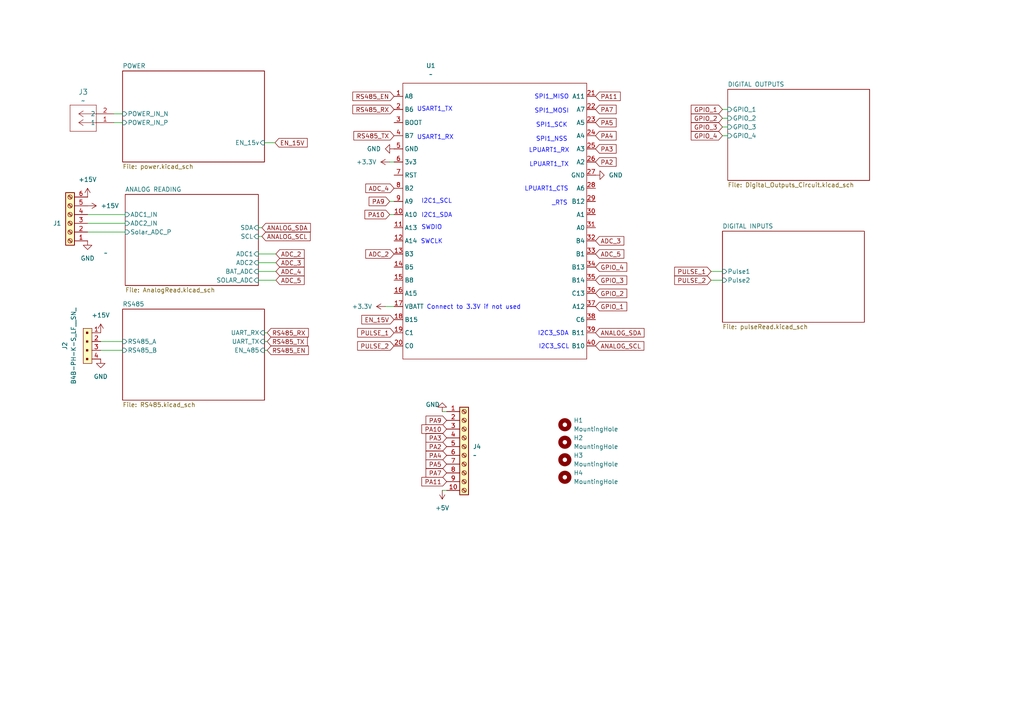
<source format=kicad_sch>
(kicad_sch (version 20250114) (generator "eeschema") (generator_version "9.0")
  (paper "A4")
  (lib_symbols
    (symbol "Connector:Screw_Terminal_01x06" (pin_names (offset 1.016) (hide yes))
      (property "Reference" "J" (at 0 7.62 0))
      (property "Value" "Screw_Terminal_01x06" (at 0 -10.16 0))
      (symbol "Screw_Terminal_01x06_1_1"
        (rectangle (start -1.27 6.35) (end 1.27 -8.89) (stroke (width 0.254)) (fill (type background)))
        (polyline (pts (xy -0.5334 5.4102) (xy 0.3302 4.572)) (stroke (width 0.1524)))
        (polyline (pts (xy -0.5334 2.8702) (xy 0.3302 2.032)) (stroke (width 0.1524)))
        (polyline (pts (xy -0.5334 0.3302) (xy 0.3302 -0.508)) (stroke (width 0.1524)))
        (polyline (pts (xy -0.5334 -2.2098) (xy 0.3302 -3.048)) (stroke (width 0.1524)))
        (polyline (pts (xy -0.5334 -4.7498) (xy 0.3302 -5.588)) (stroke (width 0.1524)))
        (polyline (pts (xy -0.5334 -7.2898) (xy 0.3302 -8.128)) (stroke (width 0.1524)))
        (polyline (pts (xy -0.3556 5.588) (xy 0.508 4.7498)) (stroke (width 0.1524)))
        (polyline (pts (xy -0.3556 3.048) (xy 0.508 2.2098)) (stroke (width 0.1524)))
        (polyline (pts (xy -0.3556 0.508) (xy 0.508 -0.3302)) (stroke (width 0.1524)))
        (polyline (pts (xy -0.3556 -2.032) (xy 0.508 -2.8702)) (stroke (width 0.1524)))
        (polyline (pts (xy -0.3556 -4.572) (xy 0.508 -5.4102)) (stroke (width 0.1524)))
        (polyline (pts (xy -0.3556 -7.112) (xy 0.508 -7.9502)) (stroke (width 0.1524)))
        (circle (center 0 5.08) (radius 0.635) (stroke (width 0.1524)))
        (circle (center 0 2.54) (radius 0.635) (stroke (width 0.1524)))
        (circle (center 0 0) (radius 0.635) (stroke (width 0.1524)))
        (circle (center 0 -2.54) (radius 0.635) (stroke (width 0.1524)))
        (circle (center 0 -5.08) (radius 0.635) (stroke (width 0.1524)))
        (circle (center 0 -7.62) (radius 0.635) (stroke (width 0.1524)))
        (pin passive line (at -5.08 5.08 0) (length 3.81) (name "Pin_1") (number "1"))
        (pin passive line (at -5.08 2.54 0) (length 3.81) (name "Pin_2") (number "2"))
        (pin passive line (at -5.08 0 0) (length 3.81) (name "Pin_3") (number "3"))
        (pin passive line (at -5.08 -2.54 0) (length 3.81) (name "Pin_4") (number "4"))
        (pin passive line (at -5.08 -5.08 0) (length 3.81) (name "Pin_5") (number "5"))
        (pin passive line (at -5.08 -7.62 0) (length 3.81) (name "Pin_6") (number "6"))
      )
    )
    (symbol "Connector:Screw_Terminal_01x10" (pin_names (offset 1.016) (hide yes))
      (property "Reference" "J" (at 0 12.7 0))
      (property "Value" "Screw_Terminal_01x10" (at 0 -15.24 0))
      (symbol "Screw_Terminal_01x10_1_1"
        (rectangle (start -1.27 11.43) (end 1.27 -13.97) (stroke (width 0.254)) (fill (type background)))
        (polyline (pts (xy -0.5334 10.4902) (xy 0.3302 9.652)) (stroke (width 0.1524)))
        (polyline (pts (xy -0.5334 7.9502) (xy 0.3302 7.112)) (stroke (width 0.1524)))
        (polyline (pts (xy -0.5334 5.4102) (xy 0.3302 4.572)) (stroke (width 0.1524)))
        (polyline (pts (xy -0.5334 2.8702) (xy 0.3302 2.032)) (stroke (width 0.1524)))
        (polyline (pts (xy -0.5334 0.3302) (xy 0.3302 -0.508)) (stroke (width 0.1524)))
        (polyline (pts (xy -0.5334 -2.2098) (xy 0.3302 -3.048)) (stroke (width 0.1524)))
        (polyline (pts (xy -0.5334 -4.7498) (xy 0.3302 -5.588)) (stroke (width 0.1524)))
        (polyline (pts (xy -0.5334 -7.2898) (xy 0.3302 -8.128)) (stroke (width 0.1524)))
        (polyline (pts (xy -0.5334 -9.8298) (xy 0.3302 -10.668)) (stroke (width 0.1524)))
        (polyline (pts (xy -0.5334 -12.3698) (xy 0.3302 -13.208)) (stroke (width 0.1524)))
        (polyline (pts (xy -0.3556 10.668) (xy 0.508 9.8298)) (stroke (width 0.1524)))
        (polyline (pts (xy -0.3556 8.128) (xy 0.508 7.2898)) (stroke (width 0.1524)))
        (polyline (pts (xy -0.3556 5.588) (xy 0.508 4.7498)) (stroke (width 0.1524)))
        (polyline (pts (xy -0.3556 3.048) (xy 0.508 2.2098)) (stroke (width 0.1524)))
        (polyline (pts (xy -0.3556 0.508) (xy 0.508 -0.3302)) (stroke (width 0.1524)))
        (polyline (pts (xy -0.3556 -2.032) (xy 0.508 -2.8702)) (stroke (width 0.1524)))
        (polyline (pts (xy -0.3556 -4.572) (xy 0.508 -5.4102)) (stroke (width 0.1524)))
        (polyline (pts (xy -0.3556 -7.112) (xy 0.508 -7.9502)) (stroke (width 0.1524)))
        (polyline (pts (xy -0.3556 -9.652) (xy 0.508 -10.4902)) (stroke (width 0.1524)))
        (polyline (pts (xy -0.3556 -12.192) (xy 0.508 -13.0302)) (stroke (width 0.1524)))
        (circle (center 0 10.16) (radius 0.635) (stroke (width 0.1524)))
        (circle (center 0 7.62) (radius 0.635) (stroke (width 0.1524)))
        (circle (center 0 5.08) (radius 0.635) (stroke (width 0.1524)))
        (circle (center 0 2.54) (radius 0.635) (stroke (width 0.1524)))
        (circle (center 0 0) (radius 0.635) (stroke (width 0.1524)))
        (circle (center 0 -2.54) (radius 0.635) (stroke (width 0.1524)))
        (circle (center 0 -5.08) (radius 0.635) (stroke (width 0.1524)))
        (circle (center 0 -7.62) (radius 0.635) (stroke (width 0.1524)))
        (circle (center 0 -10.16) (radius 0.635) (stroke (width 0.1524)))
        (circle (center 0 -12.7) (radius 0.635) (stroke (width 0.1524)))
        (pin passive line (at -5.08 10.16 0) (length 3.81) (name "Pin_1") (number "1"))
        (pin passive line (at -5.08 7.62 0) (length 3.81) (name "Pin_2") (number "2"))
        (pin passive line (at -5.08 5.08 0) (length 3.81) (name "Pin_3") (number "3"))
        (pin passive line (at -5.08 2.54 0) (length 3.81) (name "Pin_4") (number "4"))
        (pin passive line (at -5.08 0 0) (length 3.81) (name "Pin_5") (number "5"))
        (pin passive line (at -5.08 -2.54 0) (length 3.81) (name "Pin_6") (number "6"))
        (pin passive line (at -5.08 -5.08 0) (length 3.81) (name "Pin_7") (number "7"))
        (pin passive line (at -5.08 -7.62 0) (length 3.81) (name "Pin_8") (number "8"))
        (pin passive line (at -5.08 -10.16 0) (length 3.81) (name "Pin_9") (number "9"))
        (pin passive line (at -5.08 -12.7 0) (length 3.81) (name "Pin_10") (number "10"))
      )
    )
    (symbol "GND_1" (power) (pin_numbers (hide yes)) (pin_names (offset 0) (hide yes))
      (property "Value" "GND" (at 0 -3.81 0))
      (symbol "GND_1_0_1"
        (polyline (pts (xy 0 0) (xy 0 -1.27) (xy 1.27 -1.27) (xy 0 -2.54) (xy -1.27 -1.27) (xy 0 -1.27)))
      )
      (symbol "GND_1_1_1"
        (pin power_in line (at 0 0 270) (length 0) (name "~") (number "1"))
      )
    )
    (symbol "Mechanical:MountingHole" (pin_names (offset 1.016)) (exclude_from_sim yes) (in_bom no)
      (property "Reference" "H" (at 0 5.08 0))
      (property "Value" "MountingHole" (at 0 3.175 0))
      (symbol "MountingHole_0_1"
        (circle (center 0 0) (radius 1.27) (stroke (width 1.27)))
      )
    )
    (symbol "dk_Rectangular-Connectors-Headers-Male-Pins:B4B-PH-K-S_LF__SN_" (pin_names (offset 1.016))
      (property "Reference" "J" (at -2.54 -1.27 0))
      (property "Value" "B4B-PH-K-S_LF__SN_" (at 3.81 -3.81 0))
      (symbol "B4B-PH-K-S_LF__SN__1_1"
        (rectangle (start -1.27 0) (end 8.89 -2.54) (fill (type background)))
        (rectangle (start -0.254 -1.143) (end 0.254 -1.651) (fill (type outline)))
        (rectangle (start 2.286 -1.143) (end 2.794 -1.651) (fill (type outline)))
        (rectangle (start 4.826 -1.143) (end 5.334 -1.651) (fill (type outline)))
        (rectangle (start 7.366 -1.143) (end 7.874 -1.651) (fill (type outline)))
        (pin passive line (at 0 2.54 270) (length 2.54) (name "~") (number "1"))
        (pin passive line (at 2.54 2.54 270) (length 2.54) (name "~") (number "2"))
        (pin passive line (at 5.08 2.54 270) (length 2.54) (name "~") (number "3"))
        (pin passive line (at 7.62 2.54 270) (length 2.54) (name "~") (number "4"))
      )
    )
    (symbol "mergened_symbols:conn_02x01_3.81" (pin_names (offset 0.254))
      (property "Reference" "J" (at 8.89 6.35 0))
      (symbol "conn_02x01_3.81_1_1"
        (polyline (pts (xy 5.08 2.54) (xy 5.08 -5.08)) (stroke (width 0.127)))
        (polyline (pts (xy 5.08 -5.08) (xy 12.7 -5.08)) (stroke (width 0.127)))
        (polyline (pts (xy 10.16 0) (xy 5.08 0)) (stroke (width 0.127)))
        (polyline (pts (xy 10.16 0) (xy 8.89 0.8467)) (stroke (width 0.127)))
        (polyline (pts (xy 10.16 0) (xy 8.89 -0.8467)) (stroke (width 0.127)))
        (polyline (pts (xy 10.16 -2.54) (xy 5.08 -2.54)) (stroke (width 0.127)))
        (polyline (pts (xy 10.16 -2.54) (xy 8.89 -1.6933)) (stroke (width 0.127)))
        (polyline (pts (xy 10.16 -2.54) (xy 8.89 -3.3867)) (stroke (width 0.127)))
        (polyline (pts (xy 12.7 2.54) (xy 5.08 2.54)) (stroke (width 0.127)))
        (polyline (pts (xy 12.7 -5.08) (xy 12.7 2.54)) (stroke (width 0.127)))
        (pin unspecified line (at 0 0 0) (length 5.08) (name "1") (number "1"))
        (pin unspecified line (at 0 -2.54 0) (length 5.08) (name "2") (number "2"))
      )
      (symbol "conn_02x01_3.81_1_2"
        (polyline (pts (xy 5.08 2.54) (xy 5.08 -5.08)) (stroke (width 0.127)))
        (polyline (pts (xy 5.08 -5.08) (xy 12.7 -5.08)) (stroke (width 0.127)))
        (polyline (pts (xy 7.62 0) (xy 5.08 0)) (stroke (width 0.127)))
        (polyline (pts (xy 7.62 0) (xy 8.89 0.8467)) (stroke (width 0.127)))
        (polyline (pts (xy 7.62 0) (xy 8.89 -0.8467)) (stroke (width 0.127)))
        (polyline (pts (xy 7.62 -2.54) (xy 5.08 -2.54)) (stroke (width 0.127)))
        (polyline (pts (xy 7.62 -2.54) (xy 8.89 -1.6933)) (stroke (width 0.127)))
        (polyline (pts (xy 7.62 -2.54) (xy 8.89 -3.3867)) (stroke (width 0.127)))
        (polyline (pts (xy 12.7 2.54) (xy 5.08 2.54)) (stroke (width 0.127)))
        (polyline (pts (xy 12.7 -5.08) (xy 12.7 2.54)) (stroke (width 0.127)))
        (pin unspecified line (at 0 0 0) (length 5.08) (name "1") (number "1"))
        (pin unspecified line (at 0 -2.54 0) (length 5.08) (name "2") (number "2"))
      )
    )
    (symbol "power:+15V" (power) (pin_numbers (hide yes)) (pin_names (offset 0) (hide yes))
      (property "Value" "+15V" (at 0 3.556 0))
      (symbol "+15V_0_1"
        (polyline (pts (xy -0.762 1.27) (xy 0 2.54)))
        (polyline (pts (xy 0 2.54) (xy 0.762 1.27)))
        (polyline (pts (xy 0 0) (xy 0 2.54)))
      )
      (symbol "+15V_1_1"
        (pin power_in line (at 0 0 90) (length 0) (name "~") (number "1"))
      )
    )
    (symbol "power:+3.3V" (power) (pin_names (offset 0))
      (property "Value" "+3.3V" (at 0 3.556 0))
      (symbol "+3.3V_0_1"
        (polyline (pts (xy -0.762 1.27) (xy 0 2.54)))
        (polyline (pts (xy 0 2.54) (xy 0.762 1.27)))
        (polyline (pts (xy 0 0) (xy 0 2.54)))
      )
      (symbol "+3.3V_1_1"
        (pin power_in line (at 0 0 90) (length 0) (hide yes) (name "+3.3V") (number "1"))
      )
    )
    (symbol "power:+5V" (power) (pin_numbers (hide yes)) (pin_names (offset 0) (hide yes))
      (property "Value" "+5V" (at 0 3.556 0))
      (symbol "+5V_0_1"
        (polyline (pts (xy -0.762 1.27) (xy 0 2.54)))
        (polyline (pts (xy 0 2.54) (xy 0.762 1.27)))
        (polyline (pts (xy 0 0) (xy 0 2.54)))
      )
      (symbol "+5V_1_1"
        (pin power_in line (at 0 0 90) (length 0) (name "~") (number "1"))
      )
    )
    (symbol "power:GND" (power) (pin_numbers (hide yes)) (pin_names (offset 0) (hide yes))
      (property "Value" "GND" (at 0 -3.81 0))
      (symbol "GND_0_1"
        (polyline (pts (xy 0 0) (xy 0 -1.27) (xy 1.27 -1.27) (xy 0 -2.54) (xy -1.27 -1.27) (xy 0 -1.27)))
      )
      (symbol "GND_1_1"
        (pin power_in line (at 0 0 270) (length 0) (name "~") (number "1"))
      )
    )
    (symbol "stm32wl_lora_som:stm32wl_lora_som"
      (property "Reference" "U1" (at -18.5431 46.99 0))
      (property "Value" "~" (at -18.5431 44.45 0))
      (symbol "stm32wl_lora_som_0_1"
        (rectangle (start -26.67 41.91) (end 26.67 -38.1))
      )
      (symbol "stm32wl_lora_som_1_1"
        (text "USART1_TX\n\n\n\nUSART1_RX" (at -22.606 30.48 0) (effects (font (size 1.27 1.27)) (justify left)))
        (text "I2C1_SCL\n\nI2C1_SDA" (at -21.336 5.842 0) (effects (font (size 1.27 1.27)) (justify left)))
        (text "SWDIO\n\nSWCLK" (at -18.288 -1.778 0) (effects (font (size 1.27 1.27))))
        (text "Connect to 3.3V if not used" (at -6.096 -22.86 0) (effects (font (size 1.27 1.27))))
        (text "I2C3_SDA\n\n" (at 12.446 -31.496 0) (effects (font (size 1.27 1.27)) (justify left)))
        (text "I2C3_SCL\n" (at 12.7 -34.29 0) (effects (font (size 1.27 1.27)) (justify left)))
        (text "LPUART1_CTS\n\n	   _RTS" (at 14.986 9.398 0) (effects (font (size 1.27 1.27))))
        (text "LPUART1_RX\n\nLPUART1_TX" (at 15.748 20.574 0) (effects (font (size 1.27 1.27))))
        (text "SPI1_MISO\n\nSPI1_MOSI\n\nSPI1_SCK\n\nSPI1_NSS" (at 16.51 32.004 0) (effects (font (size 1.27 1.27))))
        (pin input line (at -29.21 38.1 0) (length 2.54) (name "A8") (number "1"))
        (pin input line (at -29.21 34.29 0) (length 2.54) (name "B6") (number "2"))
        (pin input line (at -29.21 30.48 0) (length 2.54) (name "BOOT") (number "3"))
        (pin input line (at -29.21 26.67 0) (length 2.54) (name "B7") (number "4"))
        (pin input line (at -29.21 22.86 0) (length 2.54) (name "GND") (number "5"))
        (pin input line (at -29.21 19.05 0) (length 2.54) (name "3v3") (number "6"))
        (pin input line (at -29.21 15.24 0) (length 2.54) (name "RST") (number "7"))
        (pin input line (at -29.21 11.43 0) (length 2.54) (name "B2") (number "8"))
        (pin input line (at -29.21 7.62 0) (length 2.54) (name "A9") (number "9"))
        (pin input line (at -29.21 3.81 0) (length 2.54) (name "A10") (number "10"))
        (pin input line (at -29.21 0 0) (length 2.54) (name "A13") (number "11"))
        (pin input line (at -29.21 -3.81 0) (length 2.54) (name "A14") (number "12"))
        (pin input line (at -29.21 -7.62 0) (length 2.54) (name "B3") (number "13"))
        (pin input line (at -29.21 -11.43 0) (length 2.54) (name "B5") (number "14"))
        (pin input line (at -29.21 -15.24 0) (length 2.54) (name "B8") (number "15"))
        (pin input line (at -29.21 -19.05 0) (length 2.54) (name "A15") (number "16"))
        (pin input line (at -29.21 -22.86 0) (length 2.54) (name "VBATT") (number "17"))
        (pin input line (at -29.21 -26.67 0) (length 2.54) (name "B15") (number "18"))
        (pin input line (at -29.21 -30.48 0) (length 2.54) (name "C1") (number "19"))
        (pin input line (at -29.21 -34.29 0) (length 2.54) (name "C0") (number "20"))
        (pin input line (at 29.21 38.1 180) (length 2.54) (name "A11") (number "21"))
        (pin input line (at 29.21 34.29 180) (length 2.54) (name "A7") (number "22"))
        (pin input line (at 29.21 30.48 180) (length 2.54) (name "A5") (number "23"))
        (pin input line (at 29.21 26.67 180) (length 2.54) (name "A4") (number "24"))
        (pin input line (at 29.21 22.86 180) (length 2.54) (name "A3") (number "25"))
        (pin input line (at 29.21 19.05 180) (length 2.54) (name "A2") (number "26"))
        (pin input line (at 29.21 15.24 180) (length 2.54) (name "GND") (number "27"))
        (pin input line (at 29.21 11.43 180) (length 2.54) (name "A6") (number "28"))
        (pin input line (at 29.21 7.62 180) (length 2.54) (name "B12") (number "29"))
        (pin input line (at 29.21 3.81 180) (length 2.54) (name "A1") (number "30"))
        (pin input line (at 29.21 0 180) (length 2.54) (name "A0") (number "31"))
        (pin input line (at 29.21 -3.81 180) (length 2.54) (name "B4") (number "32"))
        (pin input line (at 29.21 -7.62 180) (length 2.54) (name "B1") (number "33"))
        (pin input line (at 29.21 -11.43 180) (length 2.54) (name "B13") (number "34"))
        (pin input line (at 29.21 -15.24 180) (length 2.54) (name "B14") (number "35"))
        (pin input line (at 29.21 -19.05 180) (length 2.54) (name "C13") (number "36"))
        (pin input line (at 29.21 -22.86 180) (length 2.54) (name "A12") (number "37"))
        (pin input line (at 29.21 -26.67 180) (length 2.54) (name "C6") (number "38"))
        (pin input line (at 29.21 -30.48 180) (length 2.54) (name "B11") (number "39"))
        (pin input line (at 29.21 -34.29 180) (length 2.54) (name "B10") (number "40"))
      )
    )
  )
  (wire (pts (xy 76.708 101.6) (xy 77.47 101.6)))
  (wire (pts (xy 209.55 36.83) (xy 211.074 36.83)))
  (wire (pts (xy 76.708 99.06) (xy 77.47 99.06)))
  (wire (pts (xy 206.248 78.74) (xy 209.55 78.74)))
  (wire (pts (xy 113.03 62.23) (xy 114.3 62.23)))
  (wire (pts (xy 128.27 119.38) (xy 129.54 119.38)))
  (wire (pts (xy 209.55 34.29) (xy 211.074 34.29)))
  (wire (pts (xy 74.93 68.58) (xy 75.946 68.58)))
  (wire (pts (xy 74.93 73.66) (xy 80.01 73.66)))
  (wire (pts (xy 113.03 46.99) (xy 114.3 46.99)))
  (wire (pts (xy 29.21 99.06) (xy 35.56 99.06)))
  (wire (pts (xy 36.322 62.23) (xy 25.4 62.23)))
  (wire (pts (xy 74.93 81.28) (xy 80.01 81.28)))
  (wire (pts (xy 209.55 39.37) (xy 211.074 39.37)))
  (wire (pts (xy 76.708 41.402) (xy 79.756 41.402)))
  (wire (pts (xy 76.708 96.52) (xy 77.47 96.52)))
  (wire (pts (xy 33.02 33.02) (xy 35.56 33.02)))
  (wire (pts (xy 74.93 66.04) (xy 75.946 66.04)))
  (wire (pts (xy 25.4 64.77) (xy 36.322 64.77)))
  (wire (pts (xy 113.03 58.42) (xy 114.3 58.42)))
  (wire (pts (xy 25.4 67.31) (xy 36.322 67.31)))
  (wire (pts (xy 111.76 88.9) (xy 114.3 88.9)))
  (wire (pts (xy 206.248 81.28) (xy 209.55 81.28)))
  (wire (pts (xy 74.93 78.74) (xy 80.01 78.74)))
  (wire (pts (xy 29.21 101.6) (xy 35.56 101.6)))
  (wire (pts (xy 33.02 35.56) (xy 35.56 35.56)))
  (wire (pts (xy 209.55 31.75) (xy 211.074 31.75)))
  (wire (pts (xy 74.93 76.2) (xy 80.01 76.2)))
  (wire (pts (xy 128.27 142.24) (xy 129.54 142.24)))
  (global_label "PULSE_2" (shape input) (at 206.248 81.28 180) (property "Intersheetrefs" "${INTERSHEET_REFS}" (effects (hide yes))))
  (global_label "GPIO_2" (shape input) (at 209.55 34.29 180) (property "Intersheetrefs" "${INTERSHEET_REFS}" (effects (hide yes))))
  (global_label "RS485_EN" (shape input) (at 77.47 101.6 0) (property "Intersheetrefs" "${INTERSHEET_REFS}" (effects (hide yes))))
  (global_label "PA9" (shape input) (at 113.03 58.42 180) (property "Intersheetrefs" "${INTERSHEET_REFS}" (effects (hide yes))))
  (global_label "PA11" (shape input) (at 129.54 139.7 180) (property "Intersheetrefs" "${INTERSHEET_REFS}" (effects (hide yes))))
  (global_label "PA5" (shape input) (at 172.72 35.56 0) (property "Intersheetrefs" "${INTERSHEET_REFS}" (effects (hide yes))))
  (global_label "PULSE_2" (shape input) (at 114.3 100.33 180) (property "Intersheetrefs" "${INTERSHEET_REFS}" (effects (hide yes))))
  (global_label "ADC_3" (shape input) (at 172.72 69.85 0) (property "Intersheetrefs" "${INTERSHEET_REFS}" (effects (hide yes))))
  (global_label "ADC_3" (shape input) (at 80.01 76.2 0) (property "Intersheetrefs" "${INTERSHEET_REFS}" (effects (hide yes))))
  (global_label "PA5" (shape input) (at 129.54 134.62 180) (property "Intersheetrefs" "${INTERSHEET_REFS}" (effects (hide yes))))
  (global_label "PULSE_1" (shape input) (at 114.3 96.52 180) (property "Intersheetrefs" "${INTERSHEET_REFS}" (effects (hide yes))))
  (global_label "ADC_2" (shape input) (at 80.01 73.66 0) (property "Intersheetrefs" "${INTERSHEET_REFS}" (effects (hide yes))))
  (global_label "ANALOG_SCL" (shape input) (at 172.72 100.33 0) (property "Intersheetrefs" "${INTERSHEET_REFS}" (effects (hide yes))))
  (global_label "PA4" (shape input) (at 129.54 132.08 180) (property "Intersheetrefs" "${INTERSHEET_REFS}" (effects (hide yes))))
  (global_label "RS485_EN" (shape input) (at 114.3 27.94 180) (property "Intersheetrefs" "${INTERSHEET_REFS}" (effects (hide yes))))
  (global_label "GPIO_4" (shape input) (at 172.72 77.47 0) (property "Intersheetrefs" "${INTERSHEET_REFS}" (effects (hide yes))))
  (global_label "EN_15V" (shape input) (at 79.756 41.402 0) (property "Intersheetrefs" "${INTERSHEET_REFS}" (effects (hide yes))))
  (global_label "PA11" (shape input) (at 172.72 27.94 0) (property "Intersheetrefs" "${INTERSHEET_REFS}" (effects (hide yes))))
  (global_label "ADC_4" (shape input) (at 80.01 78.74 0) (property "Intersheetrefs" "${INTERSHEET_REFS}" (effects (hide yes))))
  (global_label "EN_15V" (shape input) (at 114.3 92.71 180) (property "Intersheetrefs" "${INTERSHEET_REFS}" (effects (hide yes))))
  (global_label "PA4" (shape input) (at 172.72 39.37 0) (property "Intersheetrefs" "${INTERSHEET_REFS}" (effects (hide yes))))
  (global_label "GPIO_1" (shape input) (at 172.72 88.9 0) (property "Intersheetrefs" "${INTERSHEET_REFS}" (effects (hide yes))))
  (global_label "GPIO_1" (shape input) (at 209.55 31.75 180) (property "Intersheetrefs" "${INTERSHEET_REFS}" (effects (hide yes))))
  (global_label "PA3" (shape input) (at 129.54 127 180) (property "Intersheetrefs" "${INTERSHEET_REFS}" (effects (hide yes))))
  (global_label "GPIO_2" (shape input) (at 172.72 85.09 0) (property "Intersheetrefs" "${INTERSHEET_REFS}" (effects (hide yes))))
  (global_label "ADC_2" (shape input) (at 114.3 73.66 180) (property "Intersheetrefs" "${INTERSHEET_REFS}" (effects (hide yes))))
  (global_label "PA10" (shape input) (at 113.03 62.23 180) (property "Intersheetrefs" "${INTERSHEET_REFS}" (effects (hide yes))))
  (global_label "RS485_TX" (shape input) (at 114.3 39.37 180) (property "Intersheetrefs" "${INTERSHEET_REFS}" (effects (hide yes))))
  (global_label "PULSE_1" (shape input) (at 206.248 78.74 180) (property "Intersheetrefs" "${INTERSHEET_REFS}" (effects (hide yes))))
  (global_label "ANALOG_SDA" (shape input) (at 172.72 96.52 0) (property "Intersheetrefs" "${INTERSHEET_REFS}" (effects (hide yes))))
  (global_label "ADC_5" (shape input) (at 80.01 81.28 0) (property "Intersheetrefs" "${INTERSHEET_REFS}" (effects (hide yes))))
  (global_label "ANALOG_SCL" (shape input) (at 75.946 68.58 0) (property "Intersheetrefs" "${INTERSHEET_REFS}" (effects (hide yes))))
  (global_label "RS485_RX" (shape input) (at 77.47 96.52 0) (property "Intersheetrefs" "${INTERSHEET_REFS}" (effects (hide yes))))
  (global_label "ANALOG_SDA" (shape input) (at 75.946 66.04 0) (property "Intersheetrefs" "${INTERSHEET_REFS}" (effects (hide yes))))
  (global_label "PA9" (shape input) (at 129.54 121.92 180) (property "Intersheetrefs" "${INTERSHEET_REFS}" (effects (hide yes))))
  (global_label "GPIO_4" (shape input) (at 209.55 39.37 180) (property "Intersheetrefs" "${INTERSHEET_REFS}" (effects (hide yes))))
  (global_label "PA10" (shape input) (at 129.54 124.46 180) (property "Intersheetrefs" "${INTERSHEET_REFS}" (effects (hide yes))))
  (global_label "GPIO_3" (shape input) (at 209.55 36.83 180) (property "Intersheetrefs" "${INTERSHEET_REFS}" (effects (hide yes))))
  (global_label "RS485_TX" (shape input) (at 77.47 99.06 0) (property "Intersheetrefs" "${INTERSHEET_REFS}" (effects (hide yes))))
  (global_label "PA7" (shape input) (at 129.54 137.16 180) (property "Intersheetrefs" "${INTERSHEET_REFS}" (effects (hide yes))))
  (global_label "GPIO_3" (shape input) (at 172.72 81.28 0) (property "Intersheetrefs" "${INTERSHEET_REFS}" (effects (hide yes))))
  (global_label "PA7" (shape input) (at 172.72 31.75 0) (property "Intersheetrefs" "${INTERSHEET_REFS}" (effects (hide yes))))
  (global_label "ADC_5" (shape input) (at 172.72 73.66 0) (property "Intersheetrefs" "${INTERSHEET_REFS}" (effects (hide yes))))
  (global_label "RS485_RX" (shape input) (at 114.3 31.75 180) (property "Intersheetrefs" "${INTERSHEET_REFS}" (effects (hide yes))))
  (global_label "ADC_4" (shape input) (at 114.3 54.61 180) (property "Intersheetrefs" "${INTERSHEET_REFS}" (effects (hide yes))))
  (global_label "PA2" (shape input) (at 172.72 46.99 0) (property "Intersheetrefs" "${INTERSHEET_REFS}" (effects (hide yes))))
  (global_label "PA3" (shape input) (at 172.72 43.18 0) (property "Intersheetrefs" "${INTERSHEET_REFS}" (effects (hide yes))))
  (global_label "PA2" (shape input) (at 129.54 129.54 180) (property "Intersheetrefs" "${INTERSHEET_REFS}" (effects (hide yes))))
  (symbol (lib_id "Mechanical:MountingHole") (at 163.83 138.43 0) (unit 1) (exclude_from_sim yes) (in_bom no)
    (property "Reference" "H4" (at 166.37 137.1599 0) (effects (justify left)))
    (property "Value" "MountingHole" (at 166.37 139.6999 0) (effects (justify left)))
    (property "Footprint" "MountingHole:MountingHole_2.7mm_M2.5_DIN965_Pad" (effects (hide yes)))
    (property "Description" "Mounting Hole without connection" (effects (hide yes)))
  )
  (symbol (lib_id "power:+15V") (at 25.4 57.15 0) (unit 1)
    (property "Reference" "#PWR01" (effects (hide yes)))
    (property "Value" "+15V" (at 25.4 52.07 0))
    (property "Description" "Power symbol creates a global label with name \"+15V\"" (effects (hide yes)))
  )
  (symbol (lib_id "power:+5V") (at 128.27 142.24 180) (unit 1)
    (property "Reference" "#PWR010" (effects (hide yes)))
    (property "Value" "+5V" (at 128.27 147.32 0))
    (property "Description" "Power symbol creates a global label with name \"+5V\"" (effects (hide yes)))
  )
  (symbol (lib_id "mergened_symbols:conn_02x01_3.81") (at 33.02 35.56 180) (unit 1)
    (property "Reference" "J3" (at 24.13 26.67 0) (effects (font (size 1.524 1.524))))
    (property "Value" "~" (at 24.13 29.21 0) (effects (font (size 1.524 1.524))))
    (property "Footprint" "Connector_PinHeader_2.54mm:PinHeader_2x01_P2.54mm_Vertical" (effects (hide yes)))
  )
  (symbol (lib_id "power:GND") (at 29.21 104.14 0) (unit 1)
    (property "Reference" "#PWR05" (effects (hide yes)))
    (property "Value" "GND" (at 29.21 109.22 0))
    (property "Description" "Power symbol creates a global label with name \"GND\" , ground" (effects (hide yes)))
  )
  (symbol (lib_id "Connector:Screw_Terminal_01x06") (at 20.32 64.77 180) (unit 1)
    (property "Reference" "J1" (at 17.78 64.7701 0) (effects (justify left)))
    (property "Value" "~" (at 31.242 73.406 0) (effects (justify left)))
    (property "Footprint" "Connector_Hirose:Hirose_DF13-06P-1.25DSA_1x06_P1.25mm_Vertical" (effects (hide yes)))
    (property "Description" "Generic screw terminal, single row, 01x06, script generated (kicad-library-utils/schlib/autogen/connector/)" (effects (hide yes)))
    (property "OZDISAN" "4573-06MTSB" (effects (hide yes)))
  )
  (symbol (lib_name "GND_1") (lib_id "power:GND") (at 114.3 43.18 270) (unit 1)
    (property "Reference" "#PWR08" (effects (hide yes)))
    (property "Value" "GND" (at 110.49 43.1799 90) (effects (justify right)))
    (property "Description" "Power symbol creates a global label with name \"GND\" , ground" (effects (hide yes)))
  )
  (symbol (lib_id "power:+3.3V") (at 111.76 88.9 90) (unit 1)
    (property "Reference" "#PWR06" (effects (hide yes)))
    (property "Value" "+3.3V" (at 107.95 88.8999 90) (effects (justify left)))
    (property "Description" "Power symbol creates a global label with name \"+3.3V\"" (effects (hide yes)))
  )
  (symbol (lib_name "GND_1") (lib_id "power:GND") (at 128.27 119.38 180) (unit 1)
    (property "Reference" "#PWR09" (effects (hide yes)))
    (property "Value" "GND" (at 123.444 117.348 0) (effects (justify right)))
    (property "Description" "Power symbol creates a global label with name \"GND\" , ground" (effects (hide yes)))
  )
  (symbol (lib_id "power:GND") (at 25.4 69.85 0) (unit 1)
    (property "Reference" "#PWR03" (effects (hide yes)))
    (property "Value" "GND" (at 25.4 74.93 0))
    (property "Description" "Power symbol creates a global label with name \"GND\" , ground" (effects (hide yes)))
  )
  (symbol (lib_id "Mechanical:MountingHole") (at 163.83 133.35 0) (unit 1) (exclude_from_sim yes) (in_bom no)
    (property "Reference" "H3" (at 166.37 132.0799 0) (effects (justify left)))
    (property "Value" "MountingHole" (at 166.37 134.6199 0) (effects (justify left)))
    (property "Footprint" "MountingHole:MountingHole_2.7mm_M2.5_DIN965_Pad" (effects (hide yes)))
    (property "Description" "Mounting Hole without connection" (effects (hide yes)))
  )
  (symbol (lib_id "power:+3.3V") (at 113.03 46.99 90) (unit 1)
    (property "Reference" "#PWR07" (effects (hide yes)))
    (property "Value" "+3.3V" (at 109.22 46.9899 90) (effects (justify left)))
    (property "Description" "Power symbol creates a global label with name \"+3.3V\"" (effects (hide yes)))
  )
  (symbol (lib_id "Connector:Screw_Terminal_01x10") (at 134.62 129.54 0) (unit 1)
    (property "Reference" "J4" (at 137.16 129.5399 0) (effects (justify left)))
    (property "Value" "~" (at 137.16 132.0799 0) (effects (justify left)))
    (property "Footprint" "mergened_footprints:BoxHeader2x5_1.27" (effects (hide yes)))
    (property "Description" "Generic screw terminal, single row, 01x10, script generated (kicad-library-utils/schlib/autogen/connector/)" (effects (hide yes)))
  )
  (symbol (lib_id "power:+15V") (at 25.4 59.69 270) (unit 1)
    (property "Reference" "#PWR02" (effects (hide yes)))
    (property "Value" "+15V" (at 29.21 59.6899 90) (effects (justify left)))
    (property "Description" "Power symbol creates a global label with name \"+15V\"" (effects (hide yes)))
  )
  (symbol (lib_id "power:+15V") (at 29.21 96.52 0) (unit 1)
    (property "Reference" "#PWR04" (effects (hide yes)))
    (property "Value" "+15V" (at 29.21 91.44 0))
    (property "Description" "Power symbol creates a global label with name \"+15V\"" (effects (hide yes)))
  )
  (symbol (lib_id "dk_Rectangular-Connectors-Headers-Male-Pins:B4B-PH-K-S_LF__SN_") (at 26.67 96.52 270) (unit 1)
    (property "Reference" "J2" (at 18.796 100.33 0))
    (property "Value" "B4B-PH-K-S_LF__SN_" (at 21.336 100.33 0))
    (property "Footprint" "Connector_Hirose:Hirose_DF13-04P-1.25DSA_1x04_P1.25mm_Vertical" (effects (hide yes)))
    (property "Datasheet" "http://www.jst-mfg.com/product/pdf/eng/ePH.pdf" (effects (hide yes)))
    (property "Description" "CONN HEADER VERT 4POS 2MM" (effects (hide yes)))
    (property "Digi-Key_PN" "455-1706-ND" (effects (hide yes)))
    (property "MPN" "B4B-PH-K-S(LF)(SN)" (effects (hide yes)))
    (property "Category" "Connectors, Interconnects" (effects (hide yes)))
    (property "Family" "Rectangular Connectors - Headers, Male Pins" (effects (hide yes)))
    (property "DK_Datasheet_Link" "http://www.jst-mfg.com/product/pdf/eng/ePH.pdf" (effects (hide yes)))
    (property "DK_Detail_Page" "/product-detail/en/jst-sales-america-inc/B4B-PH-K-S(LF)(SN)/455-1706-ND/926613" (effects (hide yes)))
    (property "Description_1" "CONN HEADER VERT 4POS 2MM" (effects (hide yes)))
    (property "Manufacturer" "JST Sales America Inc." (effects (hide yes)))
    (property "Status" "Active" (effects (hide yes)))
  )
  (symbol (lib_id "Mechanical:MountingHole") (at 163.83 128.27 0) (unit 1) (exclude_from_sim yes) (in_bom no)
    (property "Reference" "H2" (at 166.37 126.9999 0) (effects (justify left)))
    (property "Value" "MountingHole" (at 166.37 129.5399 0) (effects (justify left)))
    (property "Footprint" "MountingHole:MountingHole_3.2mm_M3_ISO14580_Pad" (effects (hide yes)))
    (property "Description" "Mounting Hole without connection" (effects (hide yes)))
  )
  (symbol (lib_id "stm32wl_lora_som:stm32wl_lora_som") (at 143.51 66.04 0) (unit 1)
    (property "Reference" "U1" (at 124.9669 19.05 0))
    (property "Value" "~" (at 124.9669 21.59 0))
    (property "Footprint" "mergened_footprints:stm32wl_lora_som" (effects (hide yes)))
  )
  (symbol (lib_id "Mechanical:MountingHole") (at 163.83 123.19 0) (unit 1) (exclude_from_sim yes) (in_bom no)
    (property "Reference" "H1" (at 166.37 121.9199 0) (effects (justify left)))
    (property "Value" "MountingHole" (at 166.37 124.4599 0) (effects (justify left)))
    (property "Footprint" "MountingHole:MountingHole_3.2mm_M3_ISO14580_Pad" (effects (hide yes)))
    (property "Description" "Mounting Hole without connection" (effects (hide yes)))
  )
  (symbol (lib_name "GND_1") (lib_id "power:GND") (at 172.72 50.8 90) (unit 1)
    (property "Reference" "#PWR011" (effects (hide yes)))
    (property "Value" "GND" (at 176.53 50.7999 90) (effects (justify right)))
    (property "Description" "Power symbol creates a global label with name \"GND\" , ground" (effects (hide yes)))
  )
  (sheet (at 209.55 67.056) (size 41.148 26.416) (stroke (width 0.1524))
    (property "Sheetname" "DIGITAL INPUTS" (at 209.55 66.3444 0) (effects (justify left bottom)))
    (property "Sheetfile" "pulseRead.kicad_sch" (at 209.55 94.0566 0) (effects (justify left top)))
    (pin "Pulse2" input (at 209.55 81.28 180))
    (pin "Pulse1" input (at 209.55 78.74 180))
  )
  (sheet (at 36.322 56.388) (size 38.608 26.416) (stroke (width 0.1524))
    (property "Sheetname" "ANALOG READING" (at 36.322 55.6764 0) (effects (justify left bottom)))
    (property "Sheetfile" "AnalogRead.kicad_sch" (at 36.322 83.3886 0) (effects (justify left top)))
    (pin "Solar_ADC_P" input (at 36.322 67.31 180))
    (pin "ADC2_IN" input (at 36.322 64.77 180))
    (pin "ADC1_IN" input (at 36.322 62.23 180))
    (pin "SDA" input (at 74.93 66.04 0))
    (pin "SCL" input (at 74.93 68.58 0))
    (pin "ADC1" input (at 74.93 73.66 0))
    (pin "ADC2" input (at 74.93 76.2 0))
    (pin "BAT_ADC" input (at 74.93 78.74 0))
    (pin "SOLAR_ADC" input (at 74.93 81.28 0))
  )
  (sheet (at 35.56 89.662) (size 41.148 26.416) (stroke (width 0.1524))
    (property "Sheetname" "RS485" (at 35.56 88.9504 0) (effects (justify left bottom)))
    (property "Sheetfile" "RS485.kicad_sch" (at 35.56 116.6626 0) (effects (justify left top)))
    (pin "RS485_A" input (at 35.56 99.06 180))
    (pin "RS485_B" input (at 35.56 101.6 180))
    (pin "UART_RX" input (at 76.708 96.52 0))
    (pin "UART_TX" input (at 76.708 99.06 0))
    (pin "EN_485" input (at 76.708 101.6 0))
  )
  (sheet (at 35.56 20.574) (size 41.148 26.416) (stroke (width 0.1524))
    (property "Sheetname" "POWER" (at 35.56 19.8624 0) (effects (justify left bottom)))
    (property "Sheetfile" "power.kicad_sch" (at 35.56 47.5746 0) (effects (justify left top)))
    (pin "EN_15v" input (at 76.708 41.402 0))
    (pin "POWER_IN_P" input (at 35.56 35.56 180))
    (pin "POWER_IN_N" input (at 35.56 33.02 180))
  )
  (sheet (at 211.074 25.908) (size 41.148 26.416) (stroke (width 0.1524))
    (property "Sheetname" "DIGITAL OUTPUTS" (at 211.074 25.1964 0) (effects (justify left bottom)))
    (property "Sheetfile" "Digital_Outputs_Circuit.kicad_sch" (at 211.074 52.9086 0) (effects (justify left top)))
    (pin "GPIO_2" input (at 211.074 34.29 180))
    (pin "GPIO_1" input (at 211.074 31.75 180))
    (pin "GPIO_4" input (at 211.074 39.37 180))
    (pin "GPIO_3" input (at 211.074 36.83 180))
  )
)
</source>
